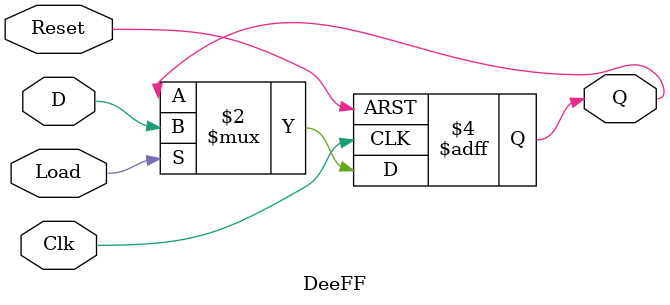
<source format=sv>
module DeeFF 
(
	input Clk, Load, Reset, D,
	output logic Q
);

always @ (posedge Clk or posedge Reset)
begin
	Q <= Q;
	if(Reset)
		Q <= 1'b0;
	else
		if (Load)
			Q <= D;
end
endmodule

</source>
